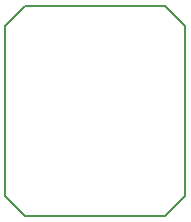
<source format=gko>
G04 DipTrace 2.4.0.2*
%INSTM32small.gko*%
%MOIN*%
%ADD11C,0.0055*%
%FSLAX44Y44*%
G04*
G70*
G90*
G75*
G01*
%LNBoardOutline*%
%LPD*%
X3937Y10257D2*
D11*
Y4597D1*
X4597Y3937D1*
X9267D1*
X9937Y4597D1*
Y10257D1*
X9267Y10927D1*
X4597D1*
X3937Y10257D1*
M02*

</source>
